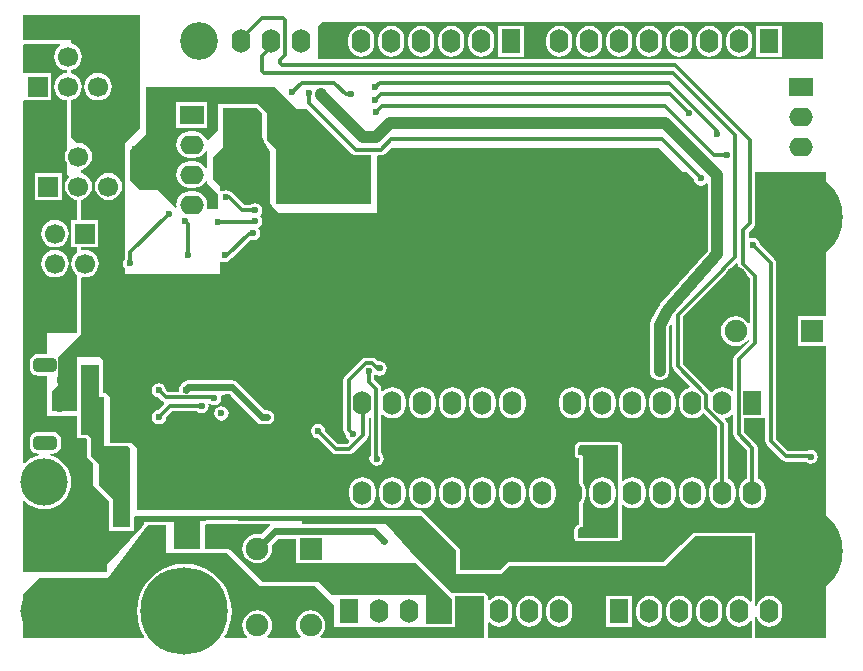
<source format=gbl>
G04*
G04 #@! TF.GenerationSoftware,Altium Limited,Altium Designer,20.1.14 (287)*
G04*
G04 Layer_Physical_Order=2*
G04 Layer_Color=16711680*
%FSLAX44Y44*%
%MOMM*%
G71*
G04*
G04 #@! TF.SameCoordinates,7BFD3521-CE32-4739-868A-3B6082625FC7*
G04*
G04*
G04 #@! TF.FilePolarity,Positive*
G04*
G01*
G75*
%ADD11C,0.4000*%
%ADD26R,1.9000X1.9000*%
%ADD63R,1.9000X1.9000*%
%ADD64C,1.9000*%
%ADD71C,0.3000*%
%ADD72C,0.6000*%
%ADD74C,3.2000*%
%ADD75C,4.0000*%
%ADD76O,1.6000X2.0000*%
%ADD77R,1.6000X2.0000*%
%ADD78R,1.7000X1.7000*%
%ADD79C,1.7000*%
%ADD80R,2.0000X1.6000*%
%ADD81O,2.0000X1.6000*%
%ADD82C,7.4000*%
G04:AMPARAMS|DCode=83|XSize=2mm|YSize=1.2mm|CornerRadius=0.36mm|HoleSize=0mm|Usage=FLASHONLY|Rotation=0.000|XOffset=0mm|YOffset=0mm|HoleType=Round|Shape=RoundedRectangle|*
%AMROUNDEDRECTD83*
21,1,2.0000,0.4800,0,0,0.0*
21,1,1.2800,1.2000,0,0,0.0*
1,1,0.7200,0.6400,-0.2400*
1,1,0.7200,-0.6400,-0.2400*
1,1,0.7200,-0.6400,0.2400*
1,1,0.7200,0.6400,0.2400*
%
%ADD83ROUNDEDRECTD83*%
%ADD84C,0.6000*%
%ADD85C,1.0000*%
G36*
X680000Y522730D02*
Y493000D01*
X254000D01*
X253000Y494000D01*
Y520000D01*
X256000Y524000D01*
X679348Y524000D01*
X680000Y522730D01*
D02*
G37*
G36*
X234800Y451000D02*
X243511Y451000D01*
X281756Y412756D01*
X283244Y411761D01*
X285000Y411412D01*
X298000D01*
X298000Y370000D01*
X217000Y370000D01*
Y417000D01*
X210000Y424000D01*
Y447000D01*
X202000Y455000D01*
X168000Y455000D01*
Y433000D01*
X159617Y424617D01*
X158119Y424915D01*
X157608Y426147D01*
X155845Y428445D01*
X153547Y430209D01*
X150872Y431317D01*
X148000Y431695D01*
X144000D01*
X141128Y431317D01*
X138453Y430209D01*
X136155Y428445D01*
X134391Y426147D01*
X133283Y423472D01*
X132905Y420600D01*
X133283Y417728D01*
X134391Y415052D01*
X136155Y412755D01*
X138453Y410992D01*
X141128Y409883D01*
X144000Y409505D01*
X148000D01*
X150872Y409883D01*
X153547Y410992D01*
X155845Y412755D01*
X157608Y415052D01*
X157730Y415346D01*
X159000Y415093D01*
Y400707D01*
X157730Y400454D01*
X157608Y400747D01*
X155845Y403045D01*
X153547Y404809D01*
X150872Y405917D01*
X148000Y406295D01*
X144000D01*
X141128Y405917D01*
X138453Y404809D01*
X136155Y403045D01*
X134391Y400747D01*
X133283Y398072D01*
X132905Y395200D01*
X133283Y392328D01*
X134391Y389652D01*
X136155Y387355D01*
X138453Y385592D01*
X141128Y384483D01*
X144000Y384105D01*
X148000D01*
X150872Y384483D01*
X153547Y385592D01*
X155845Y387355D01*
X157608Y389652D01*
X157730Y389946D01*
X159000Y389693D01*
Y388000D01*
X168000Y379000D01*
X168000Y366000D01*
X159536D01*
X158762Y367270D01*
X159095Y369800D01*
X158717Y372672D01*
X157608Y375348D01*
X155845Y377645D01*
X153547Y379408D01*
X150872Y380517D01*
X148000Y380895D01*
X144000D01*
X141128Y380517D01*
X138453Y379408D01*
X136155Y377645D01*
X134391Y375348D01*
X133283Y372672D01*
X132905Y369800D01*
X133195Y367602D01*
X131992Y367008D01*
X117000Y382000D01*
X102000D01*
X94000Y390000D01*
Y416000D01*
X107000Y429000D01*
Y469000D01*
X216800Y469000D01*
X234800Y451000D01*
D02*
G37*
G36*
X102000Y530000D02*
X102000Y435000D01*
X89000Y422000D01*
X89000Y323691D01*
X88098Y322341D01*
X87633Y320000D01*
X88098Y317659D01*
X89000Y316309D01*
X89000Y311000D01*
X170000Y311000D01*
Y320942D01*
X171120Y321541D01*
X171409Y321348D01*
X173750Y320882D01*
X176091Y321348D01*
X178076Y322674D01*
X178668Y323561D01*
X179818Y324330D01*
X195628Y340139D01*
X197750Y339717D01*
X200091Y340182D01*
X202076Y341509D01*
X203402Y343493D01*
X203867Y345834D01*
X203402Y348175D01*
X202123Y350089D01*
X203747Y351174D01*
X205073Y353159D01*
X205539Y355500D01*
X205073Y357841D01*
X203747Y359826D01*
X204221Y361037D01*
X205152Y362430D01*
X205618Y364771D01*
X205152Y367112D01*
X203826Y369097D01*
X201841Y370423D01*
X199500Y370888D01*
X197159Y370423D01*
X195567Y369359D01*
X190380D01*
X180494Y379244D01*
X179237Y380084D01*
X179076Y380326D01*
X177091Y381652D01*
X174750Y382118D01*
X172409Y381652D01*
X171330Y380931D01*
X170595Y381077D01*
X170000Y381570D01*
Y385000D01*
X164000Y391000D01*
Y410000D01*
X172000Y418000D01*
Y451941D01*
X200068Y451941D01*
X204721Y447954D01*
X205000Y447674D01*
X205000Y427201D01*
X207032Y423543D01*
X207174Y422830D01*
X207837Y421837D01*
X208158Y421516D01*
X212000Y414600D01*
X212000Y371000D01*
X214181Y368819D01*
X214837Y367837D01*
X215819Y367181D01*
X220000Y363000D01*
X303000Y363000D01*
Y411000D01*
X303412Y411412D01*
X306000D01*
X307756Y411761D01*
X309244Y412756D01*
X314489Y418000D01*
X541000Y418000D01*
X562000Y397000D01*
X565511D01*
X570975Y391537D01*
X571348Y389659D01*
X572674Y387674D01*
X574659Y386348D01*
X577000Y385882D01*
X579341Y386348D01*
X581326Y387674D01*
X581398Y387783D01*
X582668Y387398D01*
Y330626D01*
X542709Y285505D01*
X542225Y284788D01*
X541708Y284095D01*
X534958Y272026D01*
X534588Y271098D01*
X534206Y270176D01*
X534199Y270121D01*
X534178Y270070D01*
X534061Y269078D01*
X533931Y268088D01*
Y229000D01*
X534206Y226912D01*
X535012Y224965D01*
X536294Y223294D01*
X537966Y222012D01*
X539912Y221206D01*
X542000Y220931D01*
X544088Y221206D01*
X546035Y222012D01*
X547706Y223294D01*
X548988Y224965D01*
X549794Y226912D01*
X550069Y229000D01*
Y265984D01*
X551433Y268423D01*
X552662Y268102D01*
Y232793D01*
X553011Y231038D01*
X554006Y229549D01*
X567668Y215887D01*
X567260Y214684D01*
X566978Y214647D01*
X564303Y213538D01*
X562005Y211775D01*
X560242Y209478D01*
X559133Y206802D01*
X558755Y203930D01*
Y199930D01*
X559133Y197058D01*
X560242Y194382D01*
X562005Y192085D01*
X564303Y190322D01*
X566978Y189213D01*
X569850Y188835D01*
X572722Y189213D01*
X575397Y190322D01*
X577695Y192085D01*
X578259Y192819D01*
X579526Y192902D01*
X590662Y181766D01*
Y137736D01*
X589703Y137338D01*
X587405Y135575D01*
X585642Y133278D01*
X584533Y130602D01*
X584155Y127730D01*
Y123730D01*
X584533Y120858D01*
X585642Y118182D01*
X587405Y115885D01*
X589703Y114122D01*
X592378Y113013D01*
X595250Y112635D01*
X598122Y113013D01*
X600797Y114122D01*
X603095Y115885D01*
X604859Y118182D01*
X605967Y120858D01*
X606345Y123730D01*
Y127730D01*
X605967Y130602D01*
X604859Y133278D01*
X603095Y135575D01*
X600797Y137338D01*
X599838Y137736D01*
Y183667D01*
X599489Y185422D01*
X598494Y186911D01*
X597432Y187973D01*
X597840Y189176D01*
X598122Y189213D01*
X600797Y190322D01*
X603095Y192085D01*
X603209Y192233D01*
X604412Y191825D01*
Y175455D01*
X604761Y173699D01*
X605756Y172211D01*
X616062Y161904D01*
Y137736D01*
X615103Y137338D01*
X612805Y135575D01*
X611041Y133278D01*
X609933Y130602D01*
X609555Y127730D01*
Y123730D01*
X609933Y120858D01*
X611041Y118182D01*
X612805Y115885D01*
X615103Y114122D01*
X617778Y113013D01*
X620650Y112635D01*
X623522Y113013D01*
X626197Y114122D01*
X628495Y115885D01*
X630258Y118182D01*
X631367Y120858D01*
X631745Y123730D01*
Y127730D01*
X631367Y130602D01*
X630258Y133278D01*
X628495Y135575D01*
X626197Y137338D01*
X625238Y137736D01*
Y163805D01*
X624889Y165561D01*
X623894Y167049D01*
X613588Y177355D01*
Y188930D01*
X631412D01*
Y169250D01*
X631761Y167494D01*
X632756Y166006D01*
X645506Y153256D01*
X646994Y152261D01*
X648750Y151912D01*
X665693D01*
X667659Y150598D01*
X670000Y150133D01*
X672341Y150598D01*
X674326Y151924D01*
X675652Y153909D01*
X676117Y156250D01*
X675652Y158591D01*
X674326Y160576D01*
X672341Y161902D01*
X670000Y162367D01*
X667659Y161902D01*
X666441Y161088D01*
X650650D01*
X640588Y171150D01*
Y320500D01*
X640239Y322256D01*
X639244Y323744D01*
X626775Y336213D01*
X626402Y338091D01*
X625076Y340076D01*
X623091Y341402D01*
X620750Y341867D01*
X618858Y341491D01*
X617588Y342265D01*
Y346542D01*
X621744Y350698D01*
X622739Y352187D01*
X623088Y353942D01*
Y397000D01*
X683000Y397000D01*
Y394000D01*
Y275000D01*
X659000D01*
Y250000D01*
X683000D01*
Y124000D01*
Y3000D01*
X623059D01*
Y16798D01*
X623039Y16897D01*
X623052Y16998D01*
X623000Y17193D01*
Y20545D01*
X624270Y20628D01*
X624283Y20528D01*
X625392Y17852D01*
X627155Y15555D01*
X629453Y13792D01*
X632128Y12683D01*
X635000Y12305D01*
X637872Y12683D01*
X640547Y13792D01*
X642845Y15555D01*
X644609Y17852D01*
X645717Y20528D01*
X646095Y23400D01*
Y27400D01*
X645717Y30272D01*
X644609Y32947D01*
X642845Y35245D01*
X640547Y37009D01*
X637872Y38117D01*
X635000Y38495D01*
X632128Y38117D01*
X629453Y37009D01*
X627155Y35245D01*
X625392Y32947D01*
X624283Y30272D01*
X624270Y30172D01*
X623000Y30255D01*
Y33607D01*
X623052Y33802D01*
X623039Y33903D01*
X623059Y34002D01*
Y89000D01*
X623000Y89296D01*
Y92000D01*
X620295D01*
X620000Y92059D01*
X572000D01*
X572000Y92059D01*
X571704Y92000D01*
X571208D01*
X571077Y91875D01*
X570830Y91826D01*
X569837Y91163D01*
X569837Y91163D01*
X560508Y81833D01*
X547000Y69000D01*
X545059Y67059D01*
X415000D01*
X415000Y67059D01*
X413829Y66826D01*
X412837Y66163D01*
X412837Y66163D01*
X406733Y60059D01*
X373059Y60059D01*
Y77000D01*
X372826Y78170D01*
X372163Y79163D01*
X343163Y108163D01*
X342181Y108819D01*
X340000Y111000D01*
X100000D01*
Y163000D01*
X95000Y168000D01*
X92297D01*
X92001Y168059D01*
X92000Y168059D01*
X92000Y168059D01*
X77000Y168059D01*
X77000Y206000D01*
X74819Y208181D01*
X74163Y209163D01*
X73181Y209819D01*
X73000Y210000D01*
X72296D01*
X72000Y210059D01*
X71000D01*
Y220000D01*
Y238000D01*
X68000Y241000D01*
X49000Y241000D01*
Y234295D01*
X48941Y234000D01*
Y195000D01*
X28000Y195000D01*
Y212000D01*
X33000Y217000D01*
X33000Y241000D01*
X50181Y258181D01*
X51163Y258837D01*
X51819Y259819D01*
X52000Y260000D01*
Y260704D01*
X52059Y261000D01*
X52059Y307387D01*
X53329Y308424D01*
X55400Y308151D01*
X58402Y308546D01*
X61200Y309705D01*
X63602Y311548D01*
X65445Y313950D01*
X66604Y316748D01*
X66999Y319750D01*
X66604Y322752D01*
X65445Y325550D01*
X63602Y327952D01*
X61200Y329795D01*
X58402Y330954D01*
X55400Y331349D01*
X53329Y331077D01*
X52059Y332113D01*
Y333650D01*
X66900D01*
Y356650D01*
X52059D01*
Y373532D01*
X52169Y373686D01*
X53002Y373796D01*
X55800Y374955D01*
X58202Y376798D01*
X60045Y379200D01*
X61204Y381998D01*
X61599Y385000D01*
X61204Y388002D01*
X60045Y390800D01*
X58202Y393202D01*
X55800Y395045D01*
X53002Y396204D01*
X52000Y396336D01*
Y399064D01*
X53002Y399196D01*
X55800Y400355D01*
X58202Y402198D01*
X60045Y404600D01*
X61204Y407398D01*
X61599Y410400D01*
X61204Y413402D01*
X60045Y416200D01*
X58202Y418602D01*
X55800Y420445D01*
X53002Y421604D01*
X50000Y421999D01*
X49117Y421883D01*
X44000Y427000D01*
Y458396D01*
X44002Y458396D01*
X46800Y459555D01*
X49202Y461398D01*
X51045Y463800D01*
X52204Y466598D01*
X52599Y469600D01*
X52204Y472602D01*
X51045Y475400D01*
X49202Y477802D01*
X46800Y479645D01*
X44002Y480804D01*
X44000Y480804D01*
Y483796D01*
X44002Y483796D01*
X46800Y484955D01*
X49202Y486798D01*
X51045Y489200D01*
X52204Y491998D01*
X52599Y495000D01*
X52204Y498002D01*
X51045Y500800D01*
X49202Y503202D01*
X46800Y505045D01*
X44002Y506204D01*
X44000Y506204D01*
Y509000D01*
X34753D01*
X34558Y509052D01*
X34458Y509039D01*
X34358Y509059D01*
X4000Y509059D01*
X4000Y509059D01*
X3000Y509940D01*
Y530000D01*
X102000Y530000D01*
D02*
G37*
G36*
X608412Y319649D02*
Y319385D01*
X608761Y317629D01*
X609756Y316140D01*
X618412Y307484D01*
Y269596D01*
X617142Y269165D01*
X615415Y271415D01*
X612804Y273419D01*
X609763Y274678D01*
X606500Y275108D01*
X603237Y274678D01*
X600196Y273419D01*
X597585Y271415D01*
X595581Y268804D01*
X594322Y265763D01*
X593892Y262500D01*
X594322Y259237D01*
X595581Y256196D01*
X597585Y253585D01*
X600196Y251581D01*
X603237Y250322D01*
X606500Y249892D01*
X609763Y250322D01*
X612804Y251581D01*
X615415Y253585D01*
X616521Y255027D01*
X617871Y254699D01*
X617958Y254217D01*
X605756Y242014D01*
X604761Y240526D01*
X604412Y238770D01*
Y212035D01*
X603209Y211627D01*
X603095Y211775D01*
X600797Y213538D01*
X598122Y214647D01*
X595250Y215025D01*
X592378Y214647D01*
X589703Y213538D01*
X587405Y211775D01*
X586703Y210861D01*
X585215Y211008D01*
X584594Y211938D01*
X561838Y234694D01*
Y274734D01*
X597754Y310650D01*
X607239Y320135D01*
X608412Y319649D01*
D02*
G37*
G36*
X34358Y506000D02*
X34790Y504730D01*
X32798Y503202D01*
X30955Y500800D01*
X29796Y498002D01*
X29401Y495000D01*
X29796Y491998D01*
X30955Y489200D01*
X32798Y486798D01*
X35200Y484955D01*
X37998Y483796D01*
X40000Y483532D01*
Y481068D01*
X37998Y480804D01*
X35200Y479645D01*
X32798Y477802D01*
X30955Y475400D01*
X29796Y472602D01*
X29401Y469600D01*
X29796Y466598D01*
X30955Y463800D01*
X32798Y461398D01*
X35200Y459555D01*
X37998Y458396D01*
X40000Y458132D01*
X40000Y443401D01*
X40000Y416258D01*
X39955Y416200D01*
X38796Y413402D01*
X38401Y410400D01*
X38796Y407398D01*
X39955Y404600D01*
X40000Y404542D01*
X40000Y396000D01*
X41860Y394140D01*
X41798Y393202D01*
X39955Y390800D01*
X38796Y388002D01*
X38401Y385000D01*
X38796Y381998D01*
X39955Y379200D01*
X41798Y376798D01*
X44200Y374955D01*
X46998Y373796D01*
X49000Y373532D01*
Y356650D01*
X43900D01*
Y333650D01*
X49000D01*
Y329334D01*
X47198Y327952D01*
X45355Y325550D01*
X44196Y322752D01*
X43801Y319750D01*
X44196Y316748D01*
X45355Y313950D01*
X47198Y311548D01*
X49000Y310166D01*
X49000Y261000D01*
X23000Y261000D01*
Y243057D01*
X15595D01*
X13872Y242830D01*
X12266Y242165D01*
X10888Y241107D01*
X9830Y239729D01*
X9165Y238123D01*
X8938Y236400D01*
Y231600D01*
X9165Y229877D01*
X9830Y228272D01*
X10888Y226893D01*
X12266Y225835D01*
X13872Y225170D01*
X15595Y224943D01*
X23000D01*
Y191000D01*
X33409D01*
X34000Y190882D01*
X34591Y191000D01*
X48941D01*
Y175000D01*
X49000Y174705D01*
Y173270D01*
X49000Y173000D01*
X49000Y172000D01*
X49652D01*
X49652Y172000D01*
X51705D01*
X52000Y171941D01*
X56733D01*
X57000Y171674D01*
Y156000D01*
X62000Y150000D01*
Y132000D01*
X75941Y118059D01*
Y113000D01*
X75941Y97898D01*
X75941Y97898D01*
X76000Y97602D01*
Y93000D01*
X97000D01*
Y96705D01*
X97059Y97000D01*
Y105059D01*
X98000Y106000D01*
X341000D01*
X370000Y77000D01*
Y57000D01*
X408000Y57000D01*
X415000Y64000D01*
X547000D01*
X572000Y89000D01*
X620000D01*
Y34002D01*
X618730Y33571D01*
X617445Y35245D01*
X615147Y37009D01*
X612472Y38117D01*
X609600Y38495D01*
X606728Y38117D01*
X604053Y37009D01*
X601755Y35245D01*
X599991Y32947D01*
X598883Y30272D01*
X598505Y27400D01*
Y23400D01*
X598883Y20528D01*
X599991Y17852D01*
X601755Y15555D01*
X604053Y13792D01*
X606728Y12683D01*
X609600Y12305D01*
X612472Y12683D01*
X615147Y13792D01*
X617445Y15555D01*
X618730Y17229D01*
X620000Y16798D01*
Y3000D01*
X397000D01*
Y15605D01*
X398203Y16014D01*
X398555Y15555D01*
X400853Y13792D01*
X403528Y12683D01*
X406400Y12305D01*
X409272Y12683D01*
X411947Y13792D01*
X414245Y15555D01*
X416008Y17852D01*
X417117Y20528D01*
X417495Y23400D01*
Y27400D01*
X417117Y30272D01*
X416008Y32947D01*
X414245Y35245D01*
X411947Y37009D01*
X409272Y38117D01*
X406400Y38495D01*
X403528Y38117D01*
X400853Y37009D01*
X398555Y35245D01*
X398203Y34786D01*
X397000Y35195D01*
Y38000D01*
X395819Y39181D01*
X395163Y40163D01*
X394180Y40819D01*
X394000Y41000D01*
X393296D01*
X393000Y41059D01*
X369000Y41059D01*
X368705Y41000D01*
X366000Y41000D01*
X338999Y68001D01*
X337500Y69000D01*
X310715Y99000D01*
X300590Y99000D01*
X300000Y99117D01*
X239898D01*
X239000Y100016D01*
X239000Y102000D01*
X212681D01*
X212305Y102115D01*
X212157Y102100D01*
X212010Y102130D01*
X158178Y102304D01*
X158112Y102291D01*
X158046Y102302D01*
X157528Y102177D01*
X157007Y102075D01*
X156951Y102038D01*
X156885Y102022D01*
X156855Y102000D01*
X153000D01*
Y78059D01*
X142321D01*
X142123Y78019D01*
X141921Y78033D01*
X141674Y78000D01*
X141526D01*
X141279Y78033D01*
X141077Y78019D01*
X140879Y78059D01*
X131000Y78059D01*
Y101000D01*
X127200D01*
Y101000D01*
X124295D01*
X124000Y101059D01*
X108000D01*
X107786Y101016D01*
X107567Y101028D01*
X107488Y101000D01*
X105200D01*
Y99365D01*
X103527Y97134D01*
X74000Y64266D01*
X74000Y59000D01*
X3000D01*
Y118793D01*
X4196Y119221D01*
X4658Y118658D01*
X8160Y115784D01*
X12156Y113648D01*
X16491Y112333D01*
X21000Y111889D01*
X25509Y112333D01*
X29844Y113648D01*
X33840Y115784D01*
X37342Y118658D01*
X40216Y122160D01*
X42352Y126156D01*
X43667Y130491D01*
X44111Y135000D01*
X43667Y139509D01*
X42352Y143844D01*
X40216Y147840D01*
X37342Y151342D01*
X33840Y154216D01*
X29844Y156352D01*
X25509Y157667D01*
X25449Y157673D01*
X25512Y158943D01*
X28395D01*
X30118Y159170D01*
X31723Y159835D01*
X33102Y160893D01*
X34160Y162271D01*
X34825Y163877D01*
X35052Y165600D01*
Y170400D01*
X34825Y172123D01*
X34160Y173729D01*
X33102Y175107D01*
X31723Y176165D01*
X30118Y176830D01*
X28395Y177057D01*
X15595D01*
X13872Y176830D01*
X12266Y176165D01*
X10888Y175107D01*
X9830Y173729D01*
X9165Y172123D01*
X8938Y170400D01*
Y165600D01*
X9165Y163877D01*
X9830Y162271D01*
X10888Y160893D01*
X12266Y159835D01*
X13872Y159170D01*
X15595Y158943D01*
X16488D01*
X16551Y157673D01*
X16491Y157667D01*
X12156Y156352D01*
X8160Y154216D01*
X4658Y151342D01*
X4196Y150779D01*
X3000Y151207D01*
Y457690D01*
X4100Y458100D01*
X4270Y458100D01*
X27100D01*
Y481100D01*
X4270D01*
X4100Y481100D01*
X3000Y481510D01*
Y505000D01*
X4000Y506000D01*
X34358Y506000D01*
D02*
G37*
G36*
X67000Y211000D02*
Y207000D01*
X72000D01*
Y165000D01*
X92000Y165000D01*
X94000Y163000D01*
X94000Y97000D01*
X79898Y97000D01*
X79000Y97898D01*
X79000Y113000D01*
Y120000D01*
X67000Y132000D01*
Y150000D01*
X61000Y156000D01*
Y172000D01*
X58000Y175000D01*
X52000D01*
Y233000D01*
Y234000D01*
X67000D01*
Y211000D01*
D02*
G37*
G36*
X212001Y99071D02*
X212384Y97800D01*
X211674Y97326D01*
X204950Y90601D01*
X204763Y90678D01*
X201500Y91108D01*
X198237Y90678D01*
X195196Y89419D01*
X192585Y87415D01*
X190581Y84804D01*
X189322Y81763D01*
X188892Y78500D01*
X189322Y75237D01*
X190581Y72196D01*
X192585Y69585D01*
X195196Y67581D01*
X198237Y66322D01*
X201500Y65892D01*
X204763Y66322D01*
X207804Y67581D01*
X210415Y69585D01*
X212419Y72196D01*
X213678Y75237D01*
X214108Y78500D01*
X213678Y81763D01*
X213601Y81950D01*
X218534Y86882D01*
X234000D01*
Y66000D01*
X336000Y66000D01*
X365941Y36059D01*
X365941Y15059D01*
X344000D01*
X344000Y39000D01*
X265000Y39000D01*
X254000Y50000D01*
X250295D01*
X250000Y50059D01*
X250000Y50059D01*
X205942D01*
X179001Y77000D01*
X178326D01*
X178163Y77163D01*
X177171Y77826D01*
X176000Y78059D01*
X176000Y78059D01*
X167721D01*
X167523Y78019D01*
X167322Y78033D01*
X167000Y77990D01*
X166678Y78033D01*
X166477Y78019D01*
X166279Y78059D01*
X157000Y78059D01*
X157000Y97979D01*
X158168Y99245D01*
X212001Y99071D01*
D02*
G37*
G36*
X124000Y75000D02*
X140879Y75000D01*
X141600Y74905D01*
X142321Y75000D01*
X166279Y75000D01*
X167000Y74905D01*
X167721Y75000D01*
X176000D01*
X204000Y47000D01*
X250000D01*
X266000Y31000D01*
Y12000D01*
X369000D01*
X369000Y38000D01*
X393000Y38000D01*
X393000Y3000D01*
X255325D01*
X254917Y4203D01*
X255415Y4585D01*
X257419Y7196D01*
X258678Y10237D01*
X259108Y13500D01*
X258678Y16763D01*
X257419Y19804D01*
X255415Y22415D01*
X252804Y24419D01*
X249763Y25678D01*
X246500Y26108D01*
X243237Y25678D01*
X240196Y24419D01*
X237585Y22415D01*
X235581Y19804D01*
X234322Y16763D01*
X233892Y13500D01*
X234322Y10237D01*
X235581Y7196D01*
X237585Y4585D01*
X238083Y4203D01*
X237675Y3000D01*
X210325D01*
X209917Y4203D01*
X210415Y4585D01*
X212419Y7196D01*
X213678Y10237D01*
X214108Y13500D01*
X213678Y16763D01*
X212419Y19804D01*
X210415Y22415D01*
X207804Y24419D01*
X204763Y25678D01*
X201500Y26108D01*
X198237Y25678D01*
X195196Y24419D01*
X192585Y22415D01*
X190581Y19804D01*
X189322Y16763D01*
X188892Y13500D01*
X189322Y10237D01*
X190581Y7196D01*
X192585Y4585D01*
X193083Y4203D01*
X192675Y3000D01*
X174186D01*
X173565Y4108D01*
X175450Y7184D01*
X177860Y13001D01*
X179330Y19123D01*
X179824Y25400D01*
X179330Y31677D01*
X177860Y37799D01*
X175450Y43616D01*
X172161Y48984D01*
X168072Y53772D01*
X163284Y57861D01*
X157916Y61150D01*
X152099Y63560D01*
X145977Y65030D01*
X139700Y65524D01*
X133423Y65030D01*
X127301Y63560D01*
X121484Y61150D01*
X116116Y57861D01*
X111328Y53772D01*
X107239Y48984D01*
X103949Y43616D01*
X101540Y37799D01*
X100070Y31677D01*
X99576Y25400D01*
X100070Y19123D01*
X101540Y13001D01*
X103949Y7184D01*
X105835Y4108D01*
X105214Y3000D01*
X3000D01*
X3000Y40000D01*
X17000Y54000D01*
X75000Y54000D01*
X108000Y98000D01*
X124000D01*
X124000Y75000D01*
D02*
G37*
%LPC*%
G36*
X646000Y521000D02*
X624000D01*
Y495000D01*
X646000D01*
Y521000D01*
D02*
G37*
G36*
X427560D02*
X405560D01*
Y495000D01*
X427560D01*
Y521000D01*
D02*
G37*
G36*
X609600Y521095D02*
X606728Y520717D01*
X604053Y519608D01*
X601755Y517845D01*
X599991Y515547D01*
X598883Y512872D01*
X598505Y510000D01*
Y506000D01*
X598883Y503128D01*
X599991Y500452D01*
X601755Y498155D01*
X604053Y496391D01*
X606728Y495283D01*
X609600Y494905D01*
X612472Y495283D01*
X615147Y496391D01*
X617445Y498155D01*
X619208Y500452D01*
X620317Y503128D01*
X620695Y506000D01*
Y510000D01*
X620317Y512872D01*
X619208Y515547D01*
X617445Y517845D01*
X615147Y519608D01*
X612472Y520717D01*
X609600Y521095D01*
D02*
G37*
G36*
X584200D02*
X581328Y520717D01*
X578653Y519608D01*
X576355Y517845D01*
X574591Y515547D01*
X573483Y512872D01*
X573105Y510000D01*
Y506000D01*
X573483Y503128D01*
X574591Y500452D01*
X576355Y498155D01*
X578653Y496391D01*
X581328Y495283D01*
X584200Y494905D01*
X587072Y495283D01*
X589747Y496391D01*
X592045Y498155D01*
X593809Y500452D01*
X594917Y503128D01*
X595295Y506000D01*
Y510000D01*
X594917Y512872D01*
X593809Y515547D01*
X592045Y517845D01*
X589747Y519608D01*
X587072Y520717D01*
X584200Y521095D01*
D02*
G37*
G36*
X558800D02*
X555928Y520717D01*
X553253Y519608D01*
X550955Y517845D01*
X549192Y515547D01*
X548083Y512872D01*
X547705Y510000D01*
Y506000D01*
X548083Y503128D01*
X549192Y500452D01*
X550955Y498155D01*
X553253Y496391D01*
X555928Y495283D01*
X558800Y494905D01*
X561672Y495283D01*
X564347Y496391D01*
X566645Y498155D01*
X568409Y500452D01*
X569517Y503128D01*
X569895Y506000D01*
Y510000D01*
X569517Y512872D01*
X568409Y515547D01*
X566645Y517845D01*
X564347Y519608D01*
X561672Y520717D01*
X558800Y521095D01*
D02*
G37*
G36*
X533400D02*
X530528Y520717D01*
X527853Y519608D01*
X525555Y517845D01*
X523792Y515547D01*
X522683Y512872D01*
X522305Y510000D01*
Y506000D01*
X522683Y503128D01*
X523792Y500452D01*
X525555Y498155D01*
X527853Y496391D01*
X530528Y495283D01*
X533400Y494905D01*
X536272Y495283D01*
X538947Y496391D01*
X541245Y498155D01*
X543008Y500452D01*
X544117Y503128D01*
X544495Y506000D01*
Y510000D01*
X544117Y512872D01*
X543008Y515547D01*
X541245Y517845D01*
X538947Y519608D01*
X536272Y520717D01*
X533400Y521095D01*
D02*
G37*
G36*
X508000D02*
X505128Y520717D01*
X502453Y519608D01*
X500155Y517845D01*
X498391Y515547D01*
X497283Y512872D01*
X496905Y510000D01*
Y506000D01*
X497283Y503128D01*
X498391Y500452D01*
X500155Y498155D01*
X502453Y496391D01*
X505128Y495283D01*
X508000Y494905D01*
X510872Y495283D01*
X513547Y496391D01*
X515845Y498155D01*
X517608Y500452D01*
X518717Y503128D01*
X519095Y506000D01*
Y510000D01*
X518717Y512872D01*
X517608Y515547D01*
X515845Y517845D01*
X513547Y519608D01*
X510872Y520717D01*
X508000Y521095D01*
D02*
G37*
G36*
X482600D02*
X479728Y520717D01*
X477053Y519608D01*
X474755Y517845D01*
X472991Y515547D01*
X471883Y512872D01*
X471505Y510000D01*
Y506000D01*
X471883Y503128D01*
X472991Y500452D01*
X474755Y498155D01*
X477053Y496391D01*
X479728Y495283D01*
X482600Y494905D01*
X485472Y495283D01*
X488147Y496391D01*
X490445Y498155D01*
X492209Y500452D01*
X493317Y503128D01*
X493695Y506000D01*
Y510000D01*
X493317Y512872D01*
X492209Y515547D01*
X490445Y517845D01*
X488147Y519608D01*
X485472Y520717D01*
X482600Y521095D01*
D02*
G37*
G36*
X457200D02*
X454328Y520717D01*
X451653Y519608D01*
X449355Y517845D01*
X447592Y515547D01*
X446483Y512872D01*
X446105Y510000D01*
Y506000D01*
X446483Y503128D01*
X447592Y500452D01*
X449355Y498155D01*
X451653Y496391D01*
X454328Y495283D01*
X457200Y494905D01*
X460072Y495283D01*
X462747Y496391D01*
X465045Y498155D01*
X466809Y500452D01*
X467917Y503128D01*
X468295Y506000D01*
Y510000D01*
X467917Y512872D01*
X466809Y515547D01*
X465045Y517845D01*
X462747Y519608D01*
X460072Y520717D01*
X457200Y521095D01*
D02*
G37*
G36*
X391160D02*
X388288Y520717D01*
X385613Y519608D01*
X383315Y517845D01*
X381552Y515547D01*
X380443Y512872D01*
X380065Y510000D01*
Y506000D01*
X380443Y503128D01*
X381552Y500452D01*
X383315Y498155D01*
X385613Y496391D01*
X388288Y495283D01*
X391160Y494905D01*
X394032Y495283D01*
X396707Y496391D01*
X399005Y498155D01*
X400769Y500452D01*
X401877Y503128D01*
X402255Y506000D01*
Y510000D01*
X401877Y512872D01*
X400769Y515547D01*
X399005Y517845D01*
X396707Y519608D01*
X394032Y520717D01*
X391160Y521095D01*
D02*
G37*
G36*
X365760D02*
X362888Y520717D01*
X360213Y519608D01*
X357915Y517845D01*
X356152Y515547D01*
X355043Y512872D01*
X354665Y510000D01*
Y506000D01*
X355043Y503128D01*
X356152Y500452D01*
X357915Y498155D01*
X360213Y496391D01*
X362888Y495283D01*
X365760Y494905D01*
X368632Y495283D01*
X371307Y496391D01*
X373605Y498155D01*
X375368Y500452D01*
X376477Y503128D01*
X376855Y506000D01*
Y510000D01*
X376477Y512872D01*
X375368Y515547D01*
X373605Y517845D01*
X371307Y519608D01*
X368632Y520717D01*
X365760Y521095D01*
D02*
G37*
G36*
X340360D02*
X337488Y520717D01*
X334813Y519608D01*
X332515Y517845D01*
X330751Y515547D01*
X329643Y512872D01*
X329265Y510000D01*
Y506000D01*
X329643Y503128D01*
X330751Y500452D01*
X332515Y498155D01*
X334813Y496391D01*
X337488Y495283D01*
X340360Y494905D01*
X343232Y495283D01*
X345907Y496391D01*
X348205Y498155D01*
X349968Y500452D01*
X351077Y503128D01*
X351455Y506000D01*
Y510000D01*
X351077Y512872D01*
X349968Y515547D01*
X348205Y517845D01*
X345907Y519608D01*
X343232Y520717D01*
X340360Y521095D01*
D02*
G37*
G36*
X314960D02*
X312088Y520717D01*
X309413Y519608D01*
X307115Y517845D01*
X305352Y515547D01*
X304243Y512872D01*
X303865Y510000D01*
Y506000D01*
X304243Y503128D01*
X305352Y500452D01*
X307115Y498155D01*
X309413Y496391D01*
X312088Y495283D01*
X314960Y494905D01*
X317832Y495283D01*
X320507Y496391D01*
X322805Y498155D01*
X324568Y500452D01*
X325677Y503128D01*
X326055Y506000D01*
Y510000D01*
X325677Y512872D01*
X324568Y515547D01*
X322805Y517845D01*
X320507Y519608D01*
X317832Y520717D01*
X314960Y521095D01*
D02*
G37*
G36*
X289560D02*
X286688Y520717D01*
X284013Y519608D01*
X281715Y517845D01*
X279951Y515547D01*
X278843Y512872D01*
X278465Y510000D01*
Y506000D01*
X278843Y503128D01*
X279951Y500452D01*
X281715Y498155D01*
X284013Y496391D01*
X286688Y495283D01*
X289560Y494905D01*
X292432Y495283D01*
X295107Y496391D01*
X297405Y498155D01*
X299168Y500452D01*
X300277Y503128D01*
X300655Y506000D01*
Y510000D01*
X300277Y512872D01*
X299168Y515547D01*
X297405Y517845D01*
X295107Y519608D01*
X292432Y520717D01*
X289560Y521095D01*
D02*
G37*
G36*
X159000Y457000D02*
X133000D01*
Y435000D01*
X159000D01*
Y457000D01*
D02*
G37*
G36*
X66400Y481199D02*
X63398Y480804D01*
X60600Y479645D01*
X58198Y477802D01*
X56355Y475400D01*
X55196Y472602D01*
X54801Y469600D01*
X55196Y466598D01*
X56355Y463800D01*
X58198Y461398D01*
X60600Y459555D01*
X63398Y458396D01*
X66400Y458001D01*
X69402Y458396D01*
X72200Y459555D01*
X74602Y461398D01*
X76445Y463800D01*
X77604Y466598D01*
X77999Y469600D01*
X77604Y472602D01*
X76445Y475400D01*
X74602Y477802D01*
X72200Y479645D01*
X69402Y480804D01*
X66400Y481199D01*
D02*
G37*
G36*
X75400Y396599D02*
X72398Y396204D01*
X69600Y395045D01*
X67198Y393202D01*
X65355Y390800D01*
X64196Y388002D01*
X63801Y385000D01*
X64196Y381998D01*
X65355Y379200D01*
X67198Y376798D01*
X69600Y374955D01*
X72398Y373796D01*
X75400Y373401D01*
X78402Y373796D01*
X81200Y374955D01*
X83602Y376798D01*
X85445Y379200D01*
X86604Y381998D01*
X86999Y385000D01*
X86604Y388002D01*
X85445Y390800D01*
X83602Y393202D01*
X81200Y395045D01*
X78402Y396204D01*
X75400Y396599D01*
D02*
G37*
G36*
X298692Y240088D02*
X293308D01*
X291552Y239739D01*
X290063Y238744D01*
X275706Y224387D01*
X274711Y222898D01*
X274362Y221142D01*
Y178550D01*
X274711Y176794D01*
X275706Y175306D01*
X276225Y174787D01*
X276598Y172909D01*
X277924Y170924D01*
X278713Y170397D01*
X278837Y169133D01*
X277042Y167338D01*
X270151D01*
X259025Y178463D01*
X258652Y180341D01*
X257326Y182326D01*
X255341Y183652D01*
X253000Y184118D01*
X250659Y183652D01*
X248674Y182326D01*
X247348Y180341D01*
X246882Y178000D01*
X247348Y175659D01*
X248674Y173674D01*
X250659Y172348D01*
X252537Y171975D01*
X265006Y159506D01*
X266494Y158511D01*
X268250Y158162D01*
X278942D01*
X280698Y158511D01*
X282187Y159506D01*
X294244Y171563D01*
X295239Y173052D01*
X295588Y174808D01*
Y189439D01*
X296092Y189740D01*
X297362Y189019D01*
Y157860D01*
X296848Y157091D01*
X296383Y154750D01*
X296848Y152409D01*
X298174Y150424D01*
X300159Y149098D01*
X302500Y148632D01*
X304841Y149098D01*
X306826Y150424D01*
X308152Y152409D01*
X308617Y154750D01*
X308152Y157091D01*
X306826Y159076D01*
X306538Y159268D01*
Y192020D01*
X307741Y192429D01*
X308005Y192085D01*
X310303Y190322D01*
X312978Y189213D01*
X315850Y188835D01*
X318722Y189213D01*
X321397Y190322D01*
X323695Y192085D01*
X325458Y194382D01*
X326567Y197058D01*
X326945Y199930D01*
Y203930D01*
X326567Y206802D01*
X325458Y209478D01*
X323695Y211775D01*
X321397Y213538D01*
X318722Y214647D01*
X315850Y215025D01*
X312978Y214647D01*
X310303Y213538D01*
X308005Y211775D01*
X307741Y211431D01*
X306538Y211840D01*
Y213550D01*
X306189Y215306D01*
X305194Y216794D01*
X300588Y221401D01*
Y225067D01*
X301357Y226218D01*
X302659Y225348D01*
X305000Y224883D01*
X307341Y225348D01*
X309326Y226674D01*
X310652Y228659D01*
X311117Y231000D01*
X310652Y233341D01*
X309326Y235326D01*
X307341Y236652D01*
X305000Y237118D01*
X303802Y236879D01*
X301937Y238744D01*
X300448Y239739D01*
X298692Y240088D01*
D02*
G37*
G36*
X180314Y221117D02*
X143000D01*
X140659Y220652D01*
X138674Y219326D01*
X136674Y217326D01*
X135348Y215341D01*
X134882Y213000D01*
X135068Y212070D01*
X134262Y211088D01*
X125900D01*
X124025Y212963D01*
X123652Y214841D01*
X122326Y216826D01*
X120341Y218152D01*
X118000Y218617D01*
X115659Y218152D01*
X113674Y216826D01*
X112348Y214841D01*
X111882Y212500D01*
X112348Y210159D01*
X113674Y208174D01*
X115659Y206848D01*
X117537Y206475D01*
X120756Y203256D01*
X122244Y202261D01*
X122406Y202229D01*
X122775Y201014D01*
X117787Y196025D01*
X115909Y195652D01*
X113924Y194326D01*
X112598Y192341D01*
X112133Y190000D01*
X112598Y187659D01*
X113924Y185674D01*
X115909Y184348D01*
X118250Y183883D01*
X120591Y184348D01*
X122576Y185674D01*
X123902Y187659D01*
X124275Y189537D01*
X129401Y194662D01*
X150317D01*
X151909Y193598D01*
X154250Y193132D01*
X156591Y193598D01*
X158576Y194924D01*
X159902Y196909D01*
X160368Y199250D01*
X160101Y200592D01*
X161244Y201356D01*
X162659Y200410D01*
X165000Y199944D01*
X167341Y200410D01*
X169326Y201736D01*
X170652Y203721D01*
X171117Y206062D01*
X170809Y207612D01*
X171743Y208882D01*
X177780D01*
X201238Y185424D01*
X203223Y184098D01*
X205564Y183632D01*
X209750D01*
X212091Y184098D01*
X214076Y185424D01*
X215402Y187409D01*
X215868Y189750D01*
X215402Y192091D01*
X214076Y194076D01*
X212091Y195402D01*
X209750Y195868D01*
X208098D01*
X184639Y219326D01*
X182655Y220652D01*
X180314Y221117D01*
D02*
G37*
G36*
X544450Y215025D02*
X541578Y214647D01*
X538903Y213538D01*
X536605Y211775D01*
X534841Y209478D01*
X533733Y206802D01*
X533355Y203930D01*
Y199930D01*
X533733Y197058D01*
X534841Y194382D01*
X536605Y192085D01*
X538903Y190322D01*
X541578Y189213D01*
X544450Y188835D01*
X547322Y189213D01*
X549997Y190322D01*
X552295Y192085D01*
X554058Y194382D01*
X555167Y197058D01*
X555545Y199930D01*
Y203930D01*
X555167Y206802D01*
X554058Y209478D01*
X552295Y211775D01*
X549997Y213538D01*
X547322Y214647D01*
X544450Y215025D01*
D02*
G37*
G36*
X519050D02*
X516178Y214647D01*
X513503Y213538D01*
X511205Y211775D01*
X509441Y209478D01*
X508333Y206802D01*
X507955Y203930D01*
Y199930D01*
X508333Y197058D01*
X509441Y194382D01*
X511205Y192085D01*
X513503Y190322D01*
X516178Y189213D01*
X519050Y188835D01*
X521922Y189213D01*
X524597Y190322D01*
X526895Y192085D01*
X528658Y194382D01*
X529767Y197058D01*
X530145Y199930D01*
Y203930D01*
X529767Y206802D01*
X528658Y209478D01*
X526895Y211775D01*
X524597Y213538D01*
X521922Y214647D01*
X519050Y215025D01*
D02*
G37*
G36*
X493650D02*
X490778Y214647D01*
X488103Y213538D01*
X485805Y211775D01*
X484041Y209478D01*
X482933Y206802D01*
X482555Y203930D01*
Y199930D01*
X482933Y197058D01*
X484041Y194382D01*
X485805Y192085D01*
X488103Y190322D01*
X490778Y189213D01*
X493650Y188835D01*
X496522Y189213D01*
X499197Y190322D01*
X501495Y192085D01*
X503259Y194382D01*
X504367Y197058D01*
X504745Y199930D01*
Y203930D01*
X504367Y206802D01*
X503259Y209478D01*
X501495Y211775D01*
X499197Y213538D01*
X496522Y214647D01*
X493650Y215025D01*
D02*
G37*
G36*
X468250D02*
X465378Y214647D01*
X462703Y213538D01*
X460405Y211775D01*
X458642Y209478D01*
X457533Y206802D01*
X457155Y203930D01*
Y199930D01*
X457533Y197058D01*
X458642Y194382D01*
X460405Y192085D01*
X462703Y190322D01*
X465378Y189213D01*
X468250Y188835D01*
X471122Y189213D01*
X473797Y190322D01*
X476095Y192085D01*
X477859Y194382D01*
X478967Y197058D01*
X479345Y199930D01*
Y203930D01*
X478967Y206802D01*
X477859Y209478D01*
X476095Y211775D01*
X473797Y213538D01*
X471122Y214647D01*
X468250Y215025D01*
D02*
G37*
G36*
X417450D02*
X414578Y214647D01*
X411903Y213538D01*
X409605Y211775D01*
X407841Y209478D01*
X406733Y206802D01*
X406355Y203930D01*
Y199930D01*
X406733Y197058D01*
X407841Y194382D01*
X409605Y192085D01*
X411903Y190322D01*
X414578Y189213D01*
X417450Y188835D01*
X420322Y189213D01*
X422997Y190322D01*
X425295Y192085D01*
X427058Y194382D01*
X428167Y197058D01*
X428545Y199930D01*
Y203930D01*
X428167Y206802D01*
X427058Y209478D01*
X425295Y211775D01*
X422997Y213538D01*
X420322Y214647D01*
X417450Y215025D01*
D02*
G37*
G36*
X392050D02*
X389178Y214647D01*
X386503Y213538D01*
X384205Y211775D01*
X382441Y209478D01*
X381333Y206802D01*
X380955Y203930D01*
Y199930D01*
X381333Y197058D01*
X382441Y194382D01*
X384205Y192085D01*
X386503Y190322D01*
X389178Y189213D01*
X392050Y188835D01*
X394922Y189213D01*
X397597Y190322D01*
X399895Y192085D01*
X401659Y194382D01*
X402767Y197058D01*
X403145Y199930D01*
Y203930D01*
X402767Y206802D01*
X401659Y209478D01*
X399895Y211775D01*
X397597Y213538D01*
X394922Y214647D01*
X392050Y215025D01*
D02*
G37*
G36*
X366650D02*
X363778Y214647D01*
X361103Y213538D01*
X358805Y211775D01*
X357042Y209478D01*
X355933Y206802D01*
X355555Y203930D01*
Y199930D01*
X355933Y197058D01*
X357042Y194382D01*
X358805Y192085D01*
X361103Y190322D01*
X363778Y189213D01*
X366650Y188835D01*
X369522Y189213D01*
X372197Y190322D01*
X374495Y192085D01*
X376259Y194382D01*
X377367Y197058D01*
X377745Y199930D01*
Y203930D01*
X377367Y206802D01*
X376259Y209478D01*
X374495Y211775D01*
X372197Y213538D01*
X369522Y214647D01*
X366650Y215025D01*
D02*
G37*
G36*
X341250D02*
X338378Y214647D01*
X335703Y213538D01*
X333405Y211775D01*
X331642Y209478D01*
X330533Y206802D01*
X330155Y203930D01*
Y199930D01*
X330533Y197058D01*
X331642Y194382D01*
X333405Y192085D01*
X335703Y190322D01*
X338378Y189213D01*
X341250Y188835D01*
X344122Y189213D01*
X346797Y190322D01*
X349095Y192085D01*
X350858Y194382D01*
X351967Y197058D01*
X352345Y199930D01*
Y203930D01*
X351967Y206802D01*
X350858Y209478D01*
X349095Y211775D01*
X346797Y213538D01*
X344122Y214647D01*
X341250Y215025D01*
D02*
G37*
G36*
X171000Y199118D02*
X168659Y198652D01*
X166674Y197326D01*
X165348Y195341D01*
X164882Y193000D01*
X165348Y190659D01*
X166674Y188674D01*
X168659Y187348D01*
X171000Y186882D01*
X173341Y187348D01*
X175326Y188674D01*
X176652Y190659D01*
X177118Y193000D01*
X176652Y195341D01*
X175326Y197326D01*
X173341Y198652D01*
X171000Y199118D01*
D02*
G37*
G36*
X507000Y169059D02*
X475806D01*
X475596Y169017D01*
X475382Y169029D01*
X474208Y168865D01*
X473971Y168782D01*
X473722Y168756D01*
X473599Y168689D01*
X473461Y168661D01*
X473283Y168543D01*
X473081Y168472D01*
X472894Y168305D01*
X472674Y168186D01*
X472673Y168185D01*
X472585Y168076D01*
X472469Y167998D01*
X471374Y166904D01*
X471114Y166515D01*
X470822Y166149D01*
X470475Y165481D01*
X470438Y165353D01*
X470364Y165243D01*
X470273Y164784D01*
X470142Y164335D01*
X470157Y164202D01*
X470131Y164072D01*
Y158085D01*
X470364Y156915D01*
X471027Y155922D01*
X472019Y155259D01*
X473190Y155027D01*
X474096D01*
Y134194D01*
X474174Y133802D01*
X474201Y133402D01*
X474290Y133221D01*
X474329Y133024D01*
X474552Y132691D01*
X474729Y132332D01*
X475187Y131735D01*
X475987Y129803D01*
X476286Y127529D01*
Y123931D01*
X475987Y121657D01*
X475187Y119725D01*
X474729Y119128D01*
X474552Y118769D01*
X474329Y118436D01*
X474290Y118239D01*
X474201Y118058D01*
X474174Y117659D01*
X474096Y117266D01*
Y99360D01*
X473642Y99269D01*
X472649Y98606D01*
X470667Y96623D01*
X470004Y95631D01*
X469771Y94460D01*
X469771Y94460D01*
Y87792D01*
X470004Y86621D01*
X470667Y85629D01*
X471659Y84965D01*
X472830Y84733D01*
X504852D01*
X505827Y84539D01*
X506997Y84772D01*
X508171Y85258D01*
X508668Y85590D01*
X509163Y85921D01*
X509826Y86913D01*
X510059Y88084D01*
Y115496D01*
X510269Y115567D01*
X511329Y115789D01*
X513503Y114122D01*
X516178Y113013D01*
X519050Y112635D01*
X521922Y113013D01*
X524597Y114122D01*
X526895Y115885D01*
X528658Y118182D01*
X529767Y120858D01*
X530145Y123730D01*
Y127730D01*
X529767Y130602D01*
X528658Y133278D01*
X526895Y135575D01*
X524597Y137338D01*
X521922Y138447D01*
X519050Y138825D01*
X516178Y138447D01*
X513503Y137338D01*
X511329Y135670D01*
X510269Y135893D01*
X510059Y135964D01*
Y166000D01*
X509826Y167171D01*
X509163Y168163D01*
X508171Y168826D01*
X507000Y169059D01*
D02*
G37*
G36*
X569850Y138825D02*
X566978Y138447D01*
X564303Y137338D01*
X562005Y135575D01*
X560242Y133278D01*
X559133Y130602D01*
X558755Y127730D01*
Y123730D01*
X559133Y120858D01*
X560242Y118182D01*
X562005Y115885D01*
X564303Y114122D01*
X566978Y113013D01*
X569850Y112635D01*
X572722Y113013D01*
X575397Y114122D01*
X577695Y115885D01*
X579459Y118182D01*
X580567Y120858D01*
X580945Y123730D01*
Y127730D01*
X580567Y130602D01*
X579459Y133278D01*
X577695Y135575D01*
X575397Y137338D01*
X572722Y138447D01*
X569850Y138825D01*
D02*
G37*
G36*
X544450D02*
X541578Y138447D01*
X538903Y137338D01*
X536605Y135575D01*
X534841Y133278D01*
X533733Y130602D01*
X533355Y127730D01*
Y123730D01*
X533733Y120858D01*
X534841Y118182D01*
X536605Y115885D01*
X538903Y114122D01*
X541578Y113013D01*
X544450Y112635D01*
X547322Y113013D01*
X549997Y114122D01*
X552295Y115885D01*
X554058Y118182D01*
X555167Y120858D01*
X555545Y123730D01*
Y127730D01*
X555167Y130602D01*
X554058Y133278D01*
X552295Y135575D01*
X549997Y137338D01*
X547322Y138447D01*
X544450Y138825D01*
D02*
G37*
G36*
X442850D02*
X439978Y138447D01*
X437303Y137338D01*
X435005Y135575D01*
X433242Y133278D01*
X432133Y130602D01*
X431755Y127730D01*
Y123730D01*
X432133Y120858D01*
X433242Y118182D01*
X435005Y115885D01*
X437303Y114122D01*
X439978Y113013D01*
X442850Y112635D01*
X445722Y113013D01*
X448397Y114122D01*
X450695Y115885D01*
X452458Y118182D01*
X453567Y120858D01*
X453945Y123730D01*
Y127730D01*
X453567Y130602D01*
X452458Y133278D01*
X450695Y135575D01*
X448397Y137338D01*
X445722Y138447D01*
X442850Y138825D01*
D02*
G37*
G36*
X417450D02*
X414578Y138447D01*
X411903Y137338D01*
X409605Y135575D01*
X407841Y133278D01*
X406733Y130602D01*
X406355Y127730D01*
Y123730D01*
X406733Y120858D01*
X407841Y118182D01*
X409605Y115885D01*
X411903Y114122D01*
X414578Y113013D01*
X417450Y112635D01*
X420322Y113013D01*
X422997Y114122D01*
X425295Y115885D01*
X427058Y118182D01*
X428167Y120858D01*
X428545Y123730D01*
Y127730D01*
X428167Y130602D01*
X427058Y133278D01*
X425295Y135575D01*
X422997Y137338D01*
X420322Y138447D01*
X417450Y138825D01*
D02*
G37*
G36*
X392050D02*
X389178Y138447D01*
X386503Y137338D01*
X384205Y135575D01*
X382441Y133278D01*
X381333Y130602D01*
X380955Y127730D01*
Y123730D01*
X381333Y120858D01*
X382441Y118182D01*
X384205Y115885D01*
X386503Y114122D01*
X389178Y113013D01*
X392050Y112635D01*
X394922Y113013D01*
X397597Y114122D01*
X399895Y115885D01*
X401659Y118182D01*
X402767Y120858D01*
X403145Y123730D01*
Y127730D01*
X402767Y130602D01*
X401659Y133278D01*
X399895Y135575D01*
X397597Y137338D01*
X394922Y138447D01*
X392050Y138825D01*
D02*
G37*
G36*
X366650D02*
X363778Y138447D01*
X361103Y137338D01*
X358805Y135575D01*
X357042Y133278D01*
X355933Y130602D01*
X355555Y127730D01*
Y123730D01*
X355933Y120858D01*
X357042Y118182D01*
X358805Y115885D01*
X361103Y114122D01*
X363778Y113013D01*
X366650Y112635D01*
X369522Y113013D01*
X372197Y114122D01*
X374495Y115885D01*
X376259Y118182D01*
X377367Y120858D01*
X377745Y123730D01*
Y127730D01*
X377367Y130602D01*
X376259Y133278D01*
X374495Y135575D01*
X372197Y137338D01*
X369522Y138447D01*
X366650Y138825D01*
D02*
G37*
G36*
X341250D02*
X338378Y138447D01*
X335703Y137338D01*
X333405Y135575D01*
X331642Y133278D01*
X330533Y130602D01*
X330155Y127730D01*
Y123730D01*
X330533Y120858D01*
X331642Y118182D01*
X333405Y115885D01*
X335703Y114122D01*
X338378Y113013D01*
X341250Y112635D01*
X344122Y113013D01*
X346797Y114122D01*
X349095Y115885D01*
X350858Y118182D01*
X351967Y120858D01*
X352345Y123730D01*
Y127730D01*
X351967Y130602D01*
X350858Y133278D01*
X349095Y135575D01*
X346797Y137338D01*
X344122Y138447D01*
X341250Y138825D01*
D02*
G37*
G36*
X315850D02*
X312978Y138447D01*
X310303Y137338D01*
X308005Y135575D01*
X306241Y133278D01*
X305133Y130602D01*
X304755Y127730D01*
Y123730D01*
X305133Y120858D01*
X306241Y118182D01*
X308005Y115885D01*
X310303Y114122D01*
X312978Y113013D01*
X315850Y112635D01*
X318722Y113013D01*
X321397Y114122D01*
X323695Y115885D01*
X325458Y118182D01*
X326567Y120858D01*
X326945Y123730D01*
Y127730D01*
X326567Y130602D01*
X325458Y133278D01*
X323695Y135575D01*
X321397Y137338D01*
X318722Y138447D01*
X315850Y138825D01*
D02*
G37*
G36*
X290450D02*
X287578Y138447D01*
X284903Y137338D01*
X282605Y135575D01*
X280842Y133278D01*
X279733Y130602D01*
X279355Y127730D01*
Y123730D01*
X279733Y120858D01*
X280842Y118182D01*
X282605Y115885D01*
X284903Y114122D01*
X287578Y113013D01*
X290450Y112635D01*
X293322Y113013D01*
X295997Y114122D01*
X298295Y115885D01*
X300058Y118182D01*
X301167Y120858D01*
X301545Y123730D01*
Y127730D01*
X301167Y130602D01*
X300058Y133278D01*
X298295Y135575D01*
X295997Y137338D01*
X293322Y138447D01*
X290450Y138825D01*
D02*
G37*
%LPD*%
G36*
X507000Y88084D02*
X505827Y87598D01*
X505633Y87792D01*
X472830D01*
Y94460D01*
X474812Y96443D01*
X477155D01*
Y117266D01*
X477859Y118182D01*
X478967Y120858D01*
X479345Y123730D01*
Y127730D01*
X478967Y130602D01*
X477859Y133278D01*
X477155Y134194D01*
Y156643D01*
X475713Y158085D01*
X473190D01*
Y164072D01*
X473537Y164741D01*
X474632Y165836D01*
X474632Y165836D01*
X475806Y166000D01*
X507000D01*
Y88084D01*
D02*
G37*
%LPC*%
G36*
X493650Y138825D02*
X490778Y138447D01*
X488103Y137338D01*
X485805Y135575D01*
X484041Y133278D01*
X482933Y130602D01*
X482555Y127730D01*
Y123730D01*
X482933Y120858D01*
X484041Y118182D01*
X485805Y115885D01*
X488103Y114122D01*
X490778Y113013D01*
X493650Y112635D01*
X496522Y113013D01*
X499197Y114122D01*
X501495Y115885D01*
X503259Y118182D01*
X504367Y120858D01*
X504745Y123730D01*
Y127730D01*
X504367Y130602D01*
X503259Y133278D01*
X501495Y135575D01*
X499197Y137338D01*
X496522Y138447D01*
X493650Y138825D01*
D02*
G37*
G36*
X36100Y396500D02*
X13100D01*
Y373500D01*
X36100D01*
Y396500D01*
D02*
G37*
G36*
X30000Y356749D02*
X26998Y356354D01*
X24200Y355195D01*
X21798Y353352D01*
X19955Y350950D01*
X18796Y348152D01*
X18401Y345150D01*
X18796Y342148D01*
X19955Y339350D01*
X21798Y336948D01*
X24200Y335105D01*
X26998Y333946D01*
X30000Y333551D01*
X33002Y333946D01*
X35800Y335105D01*
X38202Y336948D01*
X40045Y339350D01*
X41204Y342148D01*
X41599Y345150D01*
X41204Y348152D01*
X40045Y350950D01*
X38202Y353352D01*
X35800Y355195D01*
X33002Y356354D01*
X30000Y356749D01*
D02*
G37*
G36*
Y331349D02*
X26998Y330954D01*
X24200Y329795D01*
X21798Y327952D01*
X19955Y325550D01*
X18796Y322752D01*
X18401Y319750D01*
X18796Y316748D01*
X19955Y313950D01*
X21798Y311548D01*
X24200Y309705D01*
X26998Y308546D01*
X30000Y308151D01*
X33002Y308546D01*
X35800Y309705D01*
X38202Y311548D01*
X40045Y313950D01*
X41204Y316748D01*
X41599Y319750D01*
X41204Y322752D01*
X40045Y325550D01*
X38202Y327952D01*
X35800Y329795D01*
X33002Y330954D01*
X30000Y331349D01*
D02*
G37*
G36*
X519000Y38400D02*
X497000D01*
Y12400D01*
X519000D01*
Y38400D01*
D02*
G37*
G36*
X584200Y38495D02*
X581328Y38117D01*
X578653Y37009D01*
X576355Y35245D01*
X574591Y32947D01*
X573483Y30272D01*
X573105Y27400D01*
Y23400D01*
X573483Y20528D01*
X574591Y17852D01*
X576355Y15555D01*
X578653Y13792D01*
X581328Y12683D01*
X584200Y12305D01*
X587072Y12683D01*
X589747Y13792D01*
X592045Y15555D01*
X593809Y17852D01*
X594917Y20528D01*
X595295Y23400D01*
Y27400D01*
X594917Y30272D01*
X593809Y32947D01*
X592045Y35245D01*
X589747Y37009D01*
X587072Y38117D01*
X584200Y38495D01*
D02*
G37*
G36*
X558800D02*
X555928Y38117D01*
X553253Y37009D01*
X550955Y35245D01*
X549192Y32947D01*
X548083Y30272D01*
X547705Y27400D01*
Y23400D01*
X548083Y20528D01*
X549192Y17852D01*
X550955Y15555D01*
X553253Y13792D01*
X555928Y12683D01*
X558800Y12305D01*
X561672Y12683D01*
X564347Y13792D01*
X566645Y15555D01*
X568409Y17852D01*
X569517Y20528D01*
X569895Y23400D01*
Y27400D01*
X569517Y30272D01*
X568409Y32947D01*
X566645Y35245D01*
X564347Y37009D01*
X561672Y38117D01*
X558800Y38495D01*
D02*
G37*
G36*
X533400D02*
X530528Y38117D01*
X527853Y37009D01*
X525555Y35245D01*
X523792Y32947D01*
X522683Y30272D01*
X522305Y27400D01*
Y23400D01*
X522683Y20528D01*
X523792Y17852D01*
X525555Y15555D01*
X527853Y13792D01*
X530528Y12683D01*
X533400Y12305D01*
X536272Y12683D01*
X538947Y13792D01*
X541245Y15555D01*
X543008Y17852D01*
X544117Y20528D01*
X544495Y23400D01*
Y27400D01*
X544117Y30272D01*
X543008Y32947D01*
X541245Y35245D01*
X538947Y37009D01*
X536272Y38117D01*
X533400Y38495D01*
D02*
G37*
G36*
X457200D02*
X454328Y38117D01*
X451653Y37009D01*
X449355Y35245D01*
X447592Y32947D01*
X446483Y30272D01*
X446105Y27400D01*
Y23400D01*
X446483Y20528D01*
X447592Y17852D01*
X449355Y15555D01*
X451653Y13792D01*
X454328Y12683D01*
X457200Y12305D01*
X460072Y12683D01*
X462747Y13792D01*
X465045Y15555D01*
X466809Y17852D01*
X467917Y20528D01*
X468295Y23400D01*
Y27400D01*
X467917Y30272D01*
X466809Y32947D01*
X465045Y35245D01*
X462747Y37009D01*
X460072Y38117D01*
X457200Y38495D01*
D02*
G37*
G36*
X431800D02*
X428928Y38117D01*
X426253Y37009D01*
X423955Y35245D01*
X422192Y32947D01*
X421083Y30272D01*
X420705Y27400D01*
Y23400D01*
X421083Y20528D01*
X422192Y17852D01*
X423955Y15555D01*
X426253Y13792D01*
X428928Y12683D01*
X431800Y12305D01*
X434672Y12683D01*
X437347Y13792D01*
X439645Y15555D01*
X441409Y17852D01*
X442517Y20528D01*
X442895Y23400D01*
Y27400D01*
X442517Y30272D01*
X441409Y32947D01*
X439645Y35245D01*
X437347Y37009D01*
X434672Y38117D01*
X431800Y38495D01*
D02*
G37*
%LPD*%
D11*
X582000Y285000D02*
X583500D01*
X583750Y284750D01*
X199000Y442000D02*
X201000D01*
X197000Y444000D02*
X199000Y442000D01*
X194000Y444000D02*
X197000D01*
X442850Y154109D02*
Y154650D01*
X468250Y125730D02*
Y128709D01*
D26*
X246500Y78500D02*
D03*
D63*
X671500Y262500D02*
D03*
D64*
X606500D02*
D03*
Y307500D02*
D03*
X671500D02*
D03*
X246500Y13500D02*
D03*
X201500D02*
D03*
Y78500D02*
D03*
D71*
X285000Y416000D02*
X306000D01*
X245000Y456000D02*
X285000Y416000D01*
X245000Y456000D02*
Y464250D01*
X306000Y416000D02*
X315000Y425000D01*
X296000Y219500D02*
Y229000D01*
Y219500D02*
X301950Y213550D01*
X298692Y235500D02*
X303192Y231000D01*
X293308Y235500D02*
X298692D01*
X278950Y221142D02*
X293308Y235500D01*
X278950Y178550D02*
Y221142D01*
X303192Y231000D02*
X305000D01*
X278950Y178550D02*
X282250Y175250D01*
X620750Y335750D02*
X636000Y320500D01*
X613000Y319385D02*
Y348442D01*
X618500Y353942D01*
Y424250D01*
X606000Y325385D02*
Y428250D01*
X597308Y316692D02*
X606000Y325385D01*
X553250Y481000D02*
X606000Y428250D01*
X594510Y313894D02*
X597308Y316692D01*
X554750Y488000D02*
X618500Y424250D01*
X613000Y319385D02*
X623000Y309385D01*
X636000Y169250D02*
Y320500D01*
X127500Y199250D02*
X154250D01*
X124000Y206500D02*
X164562D01*
X118250Y190000D02*
X127500Y199250D01*
X239000Y473000D02*
X266500D01*
X557250Y232793D02*
X581350Y208693D01*
X557250Y232793D02*
Y276635D01*
X588000Y412000D02*
X599000D01*
X547000Y453000D02*
X588000Y412000D01*
X550192Y473000D02*
X591000Y432192D01*
Y429096D02*
Y432192D01*
X301000Y458000D02*
X306000Y463000D01*
X551000D02*
X567000Y447000D01*
X306000Y463000D02*
X551000D01*
X609000Y238770D02*
X623000Y252770D01*
X609000Y175455D02*
X620650Y163805D01*
X609000Y175455D02*
Y238770D01*
X623000Y252770D02*
Y309385D01*
X636000Y169250D02*
X648750Y156500D01*
X205750Y482757D02*
Y495932D01*
X207507Y481000D02*
X553250D01*
X205750Y482757D02*
X207507Y481000D01*
X220291Y489757D02*
Y492243D01*
X224860Y496812D01*
X220291Y489757D02*
X222048Y488000D01*
X554750D01*
X302000Y448000D02*
X307000Y453000D01*
X547000D01*
X557250Y276635D02*
X594510Y313894D01*
X315000Y425000D02*
X544000D01*
X577000Y392000D01*
X173750Y327000D02*
X174324Y327574D01*
X194260Y345260D02*
X197176D01*
X174324Y327574D02*
X176574D01*
X194260Y345260D01*
X197176D02*
X197750Y345834D01*
X301000Y469000D02*
X305000Y473000D01*
X550192D01*
X231000Y465000D02*
X239000Y473000D01*
X266500D02*
X276250Y463250D01*
X164562Y206500D02*
X165000Y206062D01*
X205750Y495932D02*
X213360Y503542D01*
X224860Y496812D02*
Y525743D01*
X174750Y376000D02*
X177250D01*
X168000Y355250D02*
X199171D01*
X199421Y355500D01*
X140250Y356000D02*
X142750Y353500D01*
Y327250D02*
Y353500D01*
X276250Y463250D02*
X281000D01*
X94000Y320250D02*
Y329500D01*
X126500Y362000D02*
Y362000D01*
X94000Y329500D02*
X126500Y362000D01*
X93750Y320000D02*
X94000Y320250D01*
X581350Y197567D02*
Y208693D01*
Y197567D02*
X595250Y183667D01*
X118000Y212500D02*
X124000Y206500D01*
X253000Y178000D02*
X268250Y162750D01*
X213360Y503542D02*
Y508000D01*
X223103Y527500D02*
X224860Y525743D01*
X205460Y527500D02*
X223103D01*
X187960Y510000D02*
X205460Y527500D01*
X290450Y201930D02*
X291000Y201380D01*
X268250Y162750D02*
X278942D01*
X291000Y174808D01*
Y201380D01*
X301950Y155300D02*
X302500Y154750D01*
X301950Y155300D02*
Y213550D01*
X595250Y125730D02*
Y183667D01*
X620650Y125730D02*
Y163805D01*
X188479Y364771D02*
X199500D01*
X177250Y376000D02*
X188479Y364771D01*
X187960Y508000D02*
Y510000D01*
X648750Y156500D02*
X669750D01*
X670000Y156250D01*
D72*
X143000Y215000D02*
X180314D01*
X205564Y189750D01*
X141000Y213000D02*
X143000Y215000D01*
X205564Y189750D02*
X209750D01*
X201500Y78500D02*
X216000Y93000D01*
X300000D02*
X308500Y84500D01*
X216000Y93000D02*
X300000D01*
D74*
X152400Y508000D02*
D03*
D75*
X21000Y26000D02*
D03*
Y135000D02*
D03*
D76*
X187960Y508000D02*
D03*
X213360D02*
D03*
X238760D02*
D03*
X264160D02*
D03*
X289560D02*
D03*
X314960D02*
D03*
X340360D02*
D03*
X365760D02*
D03*
X391160D02*
D03*
X457200Y25400D02*
D03*
X431800D02*
D03*
X406400D02*
D03*
X381000D02*
D03*
X355600D02*
D03*
X330200D02*
D03*
X304800D02*
D03*
X457200Y508000D02*
D03*
X482600D02*
D03*
X508000D02*
D03*
X533400D02*
D03*
X558800D02*
D03*
X584200D02*
D03*
X609600D02*
D03*
X635000Y25400D02*
D03*
X609600D02*
D03*
X584200D02*
D03*
X558800D02*
D03*
X533400D02*
D03*
X141600Y88000D02*
D03*
X167000D02*
D03*
X442850Y125730D02*
D03*
X290450D02*
D03*
X315850D02*
D03*
X341250D02*
D03*
X366650D02*
D03*
X392050D02*
D03*
X417450D02*
D03*
X468250D02*
D03*
X493650D02*
D03*
X519050D02*
D03*
X544450D02*
D03*
X569850D02*
D03*
X595250D02*
D03*
X620650D02*
D03*
X290450Y201930D02*
D03*
X315850D02*
D03*
X341250D02*
D03*
X366650D02*
D03*
X392050D02*
D03*
X417450D02*
D03*
X442850D02*
D03*
X468250D02*
D03*
X493650D02*
D03*
X519050D02*
D03*
X544450D02*
D03*
X569850D02*
D03*
X595250D02*
D03*
D77*
X416560Y508000D02*
D03*
X279400Y25400D02*
D03*
X635000Y508000D02*
D03*
X508000Y25400D02*
D03*
X116200Y88000D02*
D03*
X620650Y201930D02*
D03*
D78*
X15600Y469600D02*
D03*
X24600Y385000D02*
D03*
X55400Y345150D02*
D03*
D79*
X41000Y469600D02*
D03*
X66400D02*
D03*
X15600Y495000D02*
D03*
X41000D02*
D03*
X66400D02*
D03*
X50000Y385000D02*
D03*
X75400D02*
D03*
X24600Y410400D02*
D03*
X50000D02*
D03*
X75400D02*
D03*
X30000Y319750D02*
D03*
X55400D02*
D03*
X30000Y345150D02*
D03*
D80*
X146000Y446000D02*
D03*
X662000Y469000D02*
D03*
D81*
X146000Y420600D02*
D03*
Y395200D02*
D03*
Y369800D02*
D03*
X662000Y443600D02*
D03*
Y418200D02*
D03*
D82*
X139700Y25400D02*
D03*
X660400Y76200D02*
D03*
X660000Y359000D02*
D03*
D83*
X21995Y168000D02*
D03*
Y234000D02*
D03*
D84*
X161839Y130363D02*
D03*
X53500Y436250D02*
D03*
X293000Y400000D02*
D03*
X334000Y77000D02*
D03*
X40000Y236000D02*
D03*
Y228000D02*
D03*
X284000Y400250D02*
D03*
X68000Y516000D02*
D03*
X296000Y229000D02*
D03*
X305000Y231000D02*
D03*
X34000Y221000D02*
D03*
Y197000D02*
D03*
Y205000D02*
D03*
X620750Y335750D02*
D03*
X393700Y86300D02*
D03*
X376500Y67500D02*
D03*
X97900Y417100D02*
D03*
X104700Y410300D02*
D03*
X114000Y407600D02*
D03*
X542000Y229000D02*
D03*
X177000Y414000D02*
D03*
X154250Y199250D02*
D03*
X171000Y193000D02*
D03*
X177000Y207000D02*
D03*
X209750Y189750D02*
D03*
X78500Y242000D02*
D03*
X171000Y407000D02*
D03*
X220000Y228000D02*
D03*
X582000Y285000D02*
D03*
X255500Y463250D02*
D03*
X599000Y412000D02*
D03*
X591000Y429096D02*
D03*
X569000Y326000D02*
D03*
X577000Y392000D02*
D03*
X567000Y447000D02*
D03*
X302000Y448000D02*
D03*
X301000Y458000D02*
D03*
Y469000D02*
D03*
X308500Y84500D02*
D03*
X165000Y206062D02*
D03*
X80000Y214000D02*
D03*
X194000Y444000D02*
D03*
X679000Y129000D02*
D03*
X231000Y465000D02*
D03*
X34000Y213000D02*
D03*
X375000Y96000D02*
D03*
X163000Y377000D02*
D03*
X174750Y376000D02*
D03*
X354000Y81000D02*
D03*
X613000Y74000D02*
D03*
X60000Y228000D02*
D03*
X159000Y279000D02*
D03*
X141000Y234750D02*
D03*
X199421Y355500D02*
D03*
X168000Y355250D02*
D03*
X142750Y327250D02*
D03*
X140250Y356000D02*
D03*
X173750Y327000D02*
D03*
X241125Y414282D02*
D03*
X241250Y433500D02*
D03*
X472500Y38250D02*
D03*
X281000Y463250D02*
D03*
X175250Y226750D02*
D03*
X245000Y464250D02*
D03*
X92312Y286391D02*
D03*
X477000Y161250D02*
D03*
X434750Y282750D02*
D03*
X646000Y196500D02*
D03*
X182500Y286250D02*
D03*
X198000Y228500D02*
D03*
X149250Y146000D02*
D03*
X442850Y154650D02*
D03*
X455000Y253000D02*
D03*
X93750Y320000D02*
D03*
X217750Y433500D02*
D03*
X253000Y178000D02*
D03*
X476500Y91250D02*
D03*
X141000Y213000D02*
D03*
X86250Y111250D02*
D03*
Y101250D02*
D03*
X57505Y218380D02*
D03*
X118000Y212500D02*
D03*
X118250Y190000D02*
D03*
X126500Y362000D02*
D03*
X197750Y345834D02*
D03*
X199500Y364771D02*
D03*
X670000Y156250D02*
D03*
X282250Y175250D02*
D03*
X302500Y154750D02*
D03*
D85*
X590737Y327566D02*
Y394649D01*
X542000Y229000D02*
Y268088D01*
X255500Y462601D02*
Y463250D01*
X313899Y439000D02*
X546387D01*
X542000Y268088D02*
X548750Y280156D01*
X549315Y436071D02*
X590737Y394649D01*
X546387Y439000D02*
X549315Y436071D01*
X310970D02*
X313899Y439000D01*
X301900Y427000D02*
X310970Y436071D01*
X548750Y280156D02*
X590737Y327566D01*
X291101Y427000D02*
X301900D01*
X255500Y462601D02*
X291101Y427000D01*
M02*

</source>
